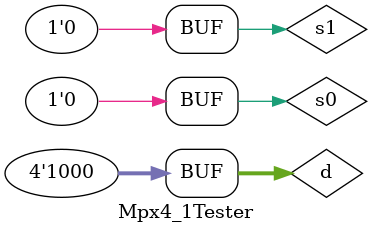
<source format=v>

`timescale 1ns/100ps

module Mpx4_1Tester;
	reg s0, s1;
	reg [3:0] d;
	wire w;
	
	Mpx4_1 UUT (s0, s1, d, w);
	
	initial begin
		$dumpfile("Mpx4_1Tester.vcd");
		$dumpvars(0, Mpx4_1Tester);
		d = 0; s0 = 0; s1 = 0;
	   #28 d = 4'b0001;
	   #28 d = 4'b0010;
	   #28 d = 4'b0100;
	   #28 d = 4'b1000;
	end
	initial repeat (44) #7    s0 = ~s0;
	initial repeat (22) #14   s1 = ~s1;
endmodule

</source>
